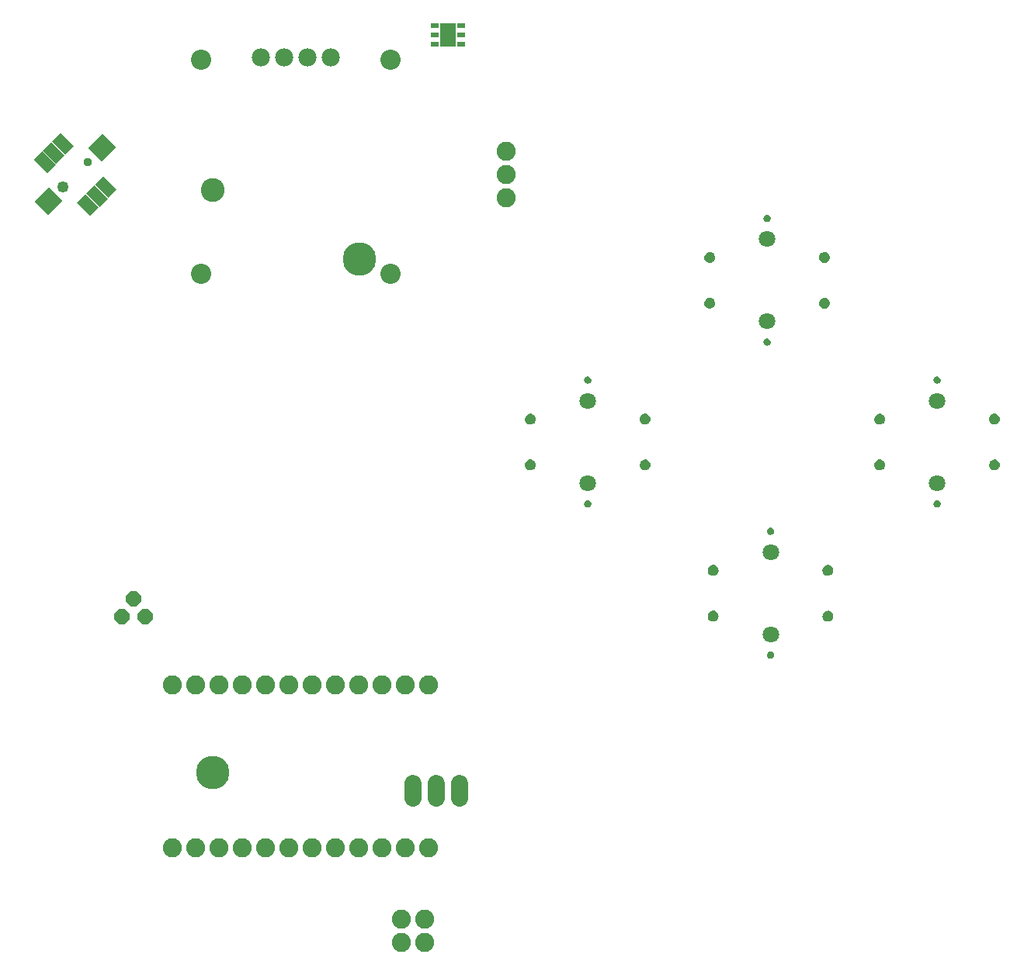
<source format=gbr>
G04 EAGLE Gerber X2 export*
G75*
%MOMM*%
%FSLAX34Y34*%
%LPD*%
%AMOC8*
5,1,8,0,0,1.08239X$1,22.5*%
G01*
%ADD10C,1.803200*%
%ADD11C,2.082800*%
%ADD12R,2.053200X1.303200*%
%ADD13R,2.103200X2.203200*%
%ADD14C,0.953200*%
%ADD15C,1.253200*%
%ADD16R,1.700000X2.600000*%
%ADD17R,0.950000X0.550000*%
%ADD18P,1.759533X8X22.500000*%
%ADD19C,1.981200*%
%ADD20C,2.203200*%
%ADD21C,3.653200*%
%ADD22C,2.593200*%
%ADD23C,1.828800*%

G36*
X635958Y591421D02*
X635958Y591421D01*
X636048Y591420D01*
X637238Y591577D01*
X637286Y591592D01*
X637376Y591611D01*
X638501Y592029D01*
X638545Y592055D01*
X638628Y592093D01*
X639632Y592751D01*
X639669Y592785D01*
X639741Y592841D01*
X640574Y593706D01*
X640602Y593748D01*
X640660Y593819D01*
X641280Y594847D01*
X641298Y594894D01*
X641339Y594976D01*
X641714Y596116D01*
X641721Y596166D01*
X641743Y596255D01*
X641855Y597451D01*
X641850Y597501D01*
X641852Y597590D01*
X641705Y598741D01*
X641690Y598789D01*
X641672Y598879D01*
X641272Y599968D01*
X641247Y600012D01*
X641209Y600096D01*
X640577Y601069D01*
X640542Y601106D01*
X640487Y601179D01*
X639654Y601987D01*
X639612Y602015D01*
X639542Y602074D01*
X638550Y602677D01*
X638503Y602695D01*
X638422Y602737D01*
X637321Y603104D01*
X637271Y603111D01*
X637182Y603133D01*
X636027Y603246D01*
X635977Y603242D01*
X635881Y603244D01*
X634683Y603083D01*
X634635Y603067D01*
X634545Y603048D01*
X633413Y602625D01*
X633369Y602599D01*
X633286Y602561D01*
X632276Y601896D01*
X632239Y601861D01*
X632167Y601805D01*
X631330Y600932D01*
X631303Y600890D01*
X631244Y600819D01*
X630623Y599782D01*
X630605Y599735D01*
X630564Y599653D01*
X630189Y598504D01*
X630182Y598454D01*
X630160Y598365D01*
X630050Y597161D01*
X630055Y597110D01*
X630053Y597018D01*
X630209Y595871D01*
X630224Y595823D01*
X630243Y595733D01*
X630650Y594649D01*
X630675Y594606D01*
X630714Y594523D01*
X631352Y593556D01*
X631386Y593520D01*
X631442Y593447D01*
X632279Y592647D01*
X632321Y592619D01*
X632392Y592561D01*
X633386Y591967D01*
X633433Y591949D01*
X633515Y591908D01*
X634616Y591550D01*
X634666Y591543D01*
X634755Y591521D01*
X635908Y591417D01*
X635958Y591421D01*
G37*
G36*
X956583Y817888D02*
X956583Y817888D01*
X956672Y817886D01*
X957862Y818043D01*
X957910Y818058D01*
X958000Y818077D01*
X959125Y818495D01*
X959169Y818521D01*
X959252Y818559D01*
X960256Y819217D01*
X960293Y819252D01*
X960366Y819308D01*
X961198Y820172D01*
X961226Y820214D01*
X961285Y820285D01*
X961904Y821313D01*
X961922Y821361D01*
X961963Y821442D01*
X962338Y822583D01*
X962345Y822633D01*
X962367Y822722D01*
X962479Y823917D01*
X962474Y823967D01*
X962476Y824056D01*
X962329Y825207D01*
X962314Y825255D01*
X962296Y825345D01*
X961897Y826435D01*
X961871Y826478D01*
X961833Y826562D01*
X961201Y827535D01*
X961167Y827572D01*
X961111Y827645D01*
X960279Y828453D01*
X960237Y828482D01*
X960166Y828540D01*
X959175Y829143D01*
X959128Y829161D01*
X959046Y829203D01*
X957945Y829570D01*
X957895Y829577D01*
X957806Y829600D01*
X956651Y829713D01*
X956601Y829709D01*
X956505Y829710D01*
X955307Y829549D01*
X955259Y829534D01*
X955169Y829515D01*
X954037Y829091D01*
X953993Y829066D01*
X953910Y829027D01*
X952900Y828362D01*
X952864Y828327D01*
X952791Y828271D01*
X951955Y827399D01*
X951927Y827357D01*
X951868Y827286D01*
X951247Y826249D01*
X951229Y826202D01*
X951188Y826120D01*
X950813Y824970D01*
X950806Y824920D01*
X950784Y824831D01*
X950675Y823627D01*
X950679Y823577D01*
X950678Y823485D01*
X950833Y822337D01*
X950848Y822289D01*
X950867Y822200D01*
X951274Y821116D01*
X951300Y821072D01*
X951338Y820989D01*
X951976Y820023D01*
X952010Y819986D01*
X952067Y819914D01*
X952903Y819113D01*
X952945Y819085D01*
X953016Y819027D01*
X954010Y818433D01*
X954057Y818415D01*
X954139Y818374D01*
X955240Y818016D01*
X955290Y818009D01*
X955379Y817987D01*
X956532Y817883D01*
X956583Y817888D01*
G37*
G36*
X831564Y817862D02*
X831564Y817862D01*
X831654Y817861D01*
X832844Y818018D01*
X832892Y818033D01*
X832981Y818052D01*
X834107Y818470D01*
X834150Y818496D01*
X834233Y818534D01*
X835238Y819192D01*
X835274Y819226D01*
X835347Y819282D01*
X836179Y820147D01*
X836207Y820189D01*
X836266Y820260D01*
X836885Y821288D01*
X836903Y821335D01*
X836944Y821417D01*
X837319Y822557D01*
X837326Y822607D01*
X837348Y822696D01*
X837460Y823892D01*
X837456Y823942D01*
X837458Y824031D01*
X837311Y825182D01*
X837296Y825230D01*
X837277Y825320D01*
X836878Y826409D01*
X836852Y826453D01*
X836814Y826537D01*
X836182Y827510D01*
X836148Y827547D01*
X836092Y827620D01*
X835260Y828428D01*
X835218Y828456D01*
X835147Y828515D01*
X834156Y829118D01*
X834109Y829136D01*
X834027Y829178D01*
X832926Y829545D01*
X832876Y829552D01*
X832787Y829574D01*
X831632Y829687D01*
X831582Y829683D01*
X831486Y829685D01*
X830288Y829524D01*
X830240Y829508D01*
X830150Y829489D01*
X829018Y829066D01*
X828975Y829040D01*
X828891Y829002D01*
X827882Y828337D01*
X827845Y828302D01*
X827772Y828246D01*
X826936Y827373D01*
X826908Y827331D01*
X826850Y827260D01*
X826228Y826223D01*
X826210Y826176D01*
X826169Y826094D01*
X825794Y824945D01*
X825787Y824895D01*
X825766Y824806D01*
X825656Y823602D01*
X825660Y823551D01*
X825659Y823459D01*
X825814Y822312D01*
X825829Y822264D01*
X825849Y822174D01*
X826255Y821090D01*
X826281Y821047D01*
X826319Y820964D01*
X826957Y819997D01*
X826992Y819961D01*
X827048Y819888D01*
X827884Y819088D01*
X827927Y819060D01*
X827997Y819002D01*
X828991Y818408D01*
X829038Y818390D01*
X829120Y818349D01*
X830221Y817991D01*
X830271Y817984D01*
X830360Y817962D01*
X831514Y817858D01*
X831564Y817862D01*
G37*
G36*
X831538Y767951D02*
X831538Y767951D01*
X831628Y767950D01*
X832818Y768107D01*
X832866Y768122D01*
X832956Y768141D01*
X834081Y768559D01*
X834125Y768585D01*
X834208Y768623D01*
X835212Y769281D01*
X835249Y769315D01*
X835321Y769371D01*
X836154Y770236D01*
X836182Y770278D01*
X836240Y770349D01*
X836860Y771377D01*
X836878Y771424D01*
X836919Y771506D01*
X837294Y772646D01*
X837301Y772696D01*
X837323Y772785D01*
X837435Y773981D01*
X837430Y774031D01*
X837432Y774120D01*
X837285Y775271D01*
X837270Y775319D01*
X837252Y775409D01*
X836852Y776498D01*
X836827Y776542D01*
X836789Y776626D01*
X836157Y777599D01*
X836122Y777636D01*
X836067Y777709D01*
X835234Y778517D01*
X835192Y778545D01*
X835122Y778604D01*
X834130Y779207D01*
X834083Y779225D01*
X834002Y779267D01*
X832901Y779634D01*
X832851Y779641D01*
X832762Y779663D01*
X831607Y779776D01*
X831557Y779772D01*
X831461Y779774D01*
X830263Y779613D01*
X830215Y779597D01*
X830125Y779578D01*
X828993Y779155D01*
X828949Y779129D01*
X828866Y779091D01*
X827856Y778426D01*
X827819Y778391D01*
X827747Y778335D01*
X826910Y777462D01*
X826883Y777420D01*
X826824Y777349D01*
X826203Y776312D01*
X826185Y776265D01*
X826144Y776183D01*
X825769Y775034D01*
X825762Y774984D01*
X825740Y774895D01*
X825630Y773691D01*
X825635Y773640D01*
X825633Y773548D01*
X825789Y772401D01*
X825804Y772353D01*
X825823Y772263D01*
X826230Y771179D01*
X826255Y771136D01*
X826294Y771053D01*
X826932Y770086D01*
X826966Y770050D01*
X827022Y769977D01*
X827859Y769177D01*
X827901Y769149D01*
X827972Y769091D01*
X828966Y768497D01*
X829013Y768479D01*
X829095Y768438D01*
X830196Y768080D01*
X830246Y768073D01*
X830335Y768051D01*
X831488Y767947D01*
X831538Y767951D01*
G37*
G36*
X956633Y767900D02*
X956633Y767900D01*
X956723Y767899D01*
X957913Y768056D01*
X957961Y768071D01*
X958051Y768090D01*
X959176Y768508D01*
X959220Y768534D01*
X959303Y768572D01*
X960307Y769230D01*
X960344Y769264D01*
X960416Y769320D01*
X961249Y770185D01*
X961277Y770227D01*
X961335Y770298D01*
X961955Y771326D01*
X961973Y771373D01*
X962014Y771455D01*
X962389Y772596D01*
X962396Y772646D01*
X962418Y772735D01*
X962530Y773930D01*
X962525Y773980D01*
X962527Y774069D01*
X962380Y775220D01*
X962365Y775268D01*
X962347Y775358D01*
X961947Y776448D01*
X961922Y776491D01*
X961884Y776575D01*
X961252Y777548D01*
X961217Y777585D01*
X961162Y777658D01*
X960329Y778466D01*
X960287Y778494D01*
X960217Y778553D01*
X959225Y779156D01*
X959178Y779174D01*
X959097Y779216D01*
X957996Y779583D01*
X957946Y779590D01*
X957857Y779612D01*
X956702Y779725D01*
X956652Y779721D01*
X956556Y779723D01*
X955358Y779562D01*
X955310Y779547D01*
X955220Y779528D01*
X954088Y779104D01*
X954044Y779078D01*
X953961Y779040D01*
X952951Y778375D01*
X952914Y778340D01*
X952842Y778284D01*
X952005Y777411D01*
X951978Y777369D01*
X951919Y777299D01*
X951298Y776262D01*
X951280Y776214D01*
X951239Y776132D01*
X950864Y774983D01*
X950857Y774933D01*
X950835Y774844D01*
X950725Y773640D01*
X950730Y773590D01*
X950728Y773497D01*
X950884Y772350D01*
X950899Y772302D01*
X950918Y772212D01*
X951325Y771128D01*
X951350Y771085D01*
X951389Y771002D01*
X952027Y770035D01*
X952061Y769999D01*
X952117Y769926D01*
X952954Y769126D01*
X952996Y769098D01*
X953067Y769040D01*
X954061Y768446D01*
X954108Y768428D01*
X954190Y768387D01*
X955291Y768029D01*
X955341Y768022D01*
X955430Y768000D01*
X956583Y767896D01*
X956633Y767900D01*
G37*
G36*
X960443Y426270D02*
X960443Y426270D01*
X960533Y426269D01*
X961723Y426426D01*
X961771Y426441D01*
X961861Y426460D01*
X962986Y426878D01*
X963030Y426904D01*
X963113Y426942D01*
X964117Y427600D01*
X964154Y427634D01*
X964226Y427690D01*
X965059Y428555D01*
X965087Y428597D01*
X965145Y428668D01*
X965765Y429696D01*
X965783Y429743D01*
X965824Y429825D01*
X966199Y430966D01*
X966206Y431016D01*
X966228Y431105D01*
X966340Y432300D01*
X966335Y432350D01*
X966337Y432439D01*
X966190Y433590D01*
X966175Y433638D01*
X966157Y433728D01*
X965757Y434818D01*
X965732Y434861D01*
X965694Y434945D01*
X965062Y435918D01*
X965027Y435955D01*
X964972Y436028D01*
X964139Y436836D01*
X964097Y436864D01*
X964027Y436923D01*
X963035Y437526D01*
X962988Y437544D01*
X962907Y437586D01*
X961806Y437953D01*
X961756Y437960D01*
X961667Y437982D01*
X960512Y438095D01*
X960462Y438091D01*
X960366Y438093D01*
X959168Y437932D01*
X959120Y437917D01*
X959030Y437898D01*
X957898Y437474D01*
X957854Y437448D01*
X957771Y437410D01*
X956761Y436745D01*
X956724Y436710D01*
X956652Y436654D01*
X955815Y435781D01*
X955788Y435739D01*
X955729Y435669D01*
X955108Y434632D01*
X955090Y434584D01*
X955049Y434502D01*
X954674Y433353D01*
X954667Y433303D01*
X954645Y433214D01*
X954535Y432010D01*
X954540Y431960D01*
X954538Y431867D01*
X954694Y430720D01*
X954709Y430672D01*
X954728Y430582D01*
X955135Y429498D01*
X955160Y429455D01*
X955199Y429372D01*
X955837Y428405D01*
X955871Y428369D01*
X955927Y428296D01*
X956764Y427496D01*
X956806Y427468D01*
X956877Y427410D01*
X957871Y426816D01*
X957918Y426798D01*
X958000Y426757D01*
X959101Y426399D01*
X959151Y426392D01*
X959240Y426370D01*
X960393Y426266D01*
X960443Y426270D01*
G37*
G36*
X835348Y426321D02*
X835348Y426321D01*
X835438Y426320D01*
X836628Y426477D01*
X836676Y426492D01*
X836766Y426511D01*
X837891Y426929D01*
X837935Y426955D01*
X838018Y426993D01*
X839022Y427651D01*
X839059Y427685D01*
X839131Y427741D01*
X839964Y428606D01*
X839992Y428648D01*
X840050Y428719D01*
X840670Y429747D01*
X840688Y429794D01*
X840729Y429876D01*
X841104Y431016D01*
X841111Y431066D01*
X841133Y431155D01*
X841245Y432351D01*
X841240Y432401D01*
X841242Y432490D01*
X841095Y433641D01*
X841080Y433689D01*
X841062Y433779D01*
X840662Y434868D01*
X840637Y434912D01*
X840599Y434996D01*
X839967Y435969D01*
X839932Y436006D01*
X839877Y436079D01*
X839044Y436887D01*
X839002Y436915D01*
X838932Y436974D01*
X837940Y437577D01*
X837893Y437595D01*
X837812Y437637D01*
X836711Y438004D01*
X836661Y438011D01*
X836572Y438033D01*
X835417Y438146D01*
X835367Y438142D01*
X835271Y438144D01*
X834073Y437983D01*
X834025Y437967D01*
X833935Y437948D01*
X832803Y437525D01*
X832759Y437499D01*
X832676Y437461D01*
X831666Y436796D01*
X831629Y436761D01*
X831557Y436705D01*
X830720Y435832D01*
X830693Y435790D01*
X830634Y435719D01*
X830013Y434682D01*
X829995Y434635D01*
X829954Y434553D01*
X829579Y433404D01*
X829572Y433354D01*
X829550Y433265D01*
X829440Y432061D01*
X829445Y432010D01*
X829443Y431918D01*
X829599Y430771D01*
X829614Y430723D01*
X829633Y430633D01*
X830040Y429549D01*
X830065Y429506D01*
X830104Y429423D01*
X830742Y428456D01*
X830776Y428420D01*
X830832Y428347D01*
X831669Y427547D01*
X831711Y427519D01*
X831782Y427461D01*
X832776Y426867D01*
X832823Y426849D01*
X832905Y426808D01*
X834006Y426450D01*
X834056Y426443D01*
X834145Y426421D01*
X835298Y426317D01*
X835348Y426321D01*
G37*
G36*
X835374Y476232D02*
X835374Y476232D01*
X835464Y476231D01*
X836654Y476388D01*
X836702Y476403D01*
X836791Y476422D01*
X837917Y476840D01*
X837960Y476866D01*
X838043Y476904D01*
X839048Y477562D01*
X839084Y477596D01*
X839157Y477652D01*
X839989Y478517D01*
X840017Y478559D01*
X840076Y478630D01*
X840695Y479658D01*
X840713Y479705D01*
X840754Y479787D01*
X841129Y480927D01*
X841136Y480977D01*
X841158Y481066D01*
X841270Y482262D01*
X841266Y482312D01*
X841268Y482401D01*
X841121Y483552D01*
X841106Y483600D01*
X841087Y483690D01*
X840688Y484779D01*
X840662Y484823D01*
X840624Y484907D01*
X839992Y485880D01*
X839958Y485917D01*
X839902Y485990D01*
X839070Y486798D01*
X839028Y486826D01*
X838957Y486885D01*
X837966Y487488D01*
X837919Y487506D01*
X837837Y487548D01*
X836736Y487915D01*
X836686Y487922D01*
X836597Y487944D01*
X835442Y488057D01*
X835392Y488053D01*
X835296Y488055D01*
X834098Y487894D01*
X834050Y487878D01*
X833960Y487859D01*
X832828Y487436D01*
X832785Y487410D01*
X832701Y487372D01*
X831692Y486707D01*
X831655Y486672D01*
X831582Y486616D01*
X830746Y485743D01*
X830718Y485701D01*
X830660Y485630D01*
X830038Y484593D01*
X830020Y484546D01*
X829979Y484464D01*
X829604Y483315D01*
X829597Y483265D01*
X829576Y483176D01*
X829466Y481972D01*
X829470Y481921D01*
X829469Y481829D01*
X829624Y480682D01*
X829639Y480634D01*
X829659Y480544D01*
X830065Y479460D01*
X830091Y479417D01*
X830129Y479334D01*
X830767Y478367D01*
X830802Y478331D01*
X830858Y478258D01*
X831694Y477458D01*
X831737Y477430D01*
X831807Y477372D01*
X832801Y476778D01*
X832848Y476760D01*
X832930Y476719D01*
X834031Y476361D01*
X834081Y476354D01*
X834170Y476332D01*
X835324Y476228D01*
X835374Y476232D01*
G37*
G36*
X1142003Y641358D02*
X1142003Y641358D01*
X1142092Y641356D01*
X1143282Y641513D01*
X1143330Y641528D01*
X1143420Y641547D01*
X1144545Y641965D01*
X1144589Y641991D01*
X1144672Y642029D01*
X1145676Y642687D01*
X1145713Y642722D01*
X1145786Y642778D01*
X1146618Y643642D01*
X1146646Y643684D01*
X1146705Y643755D01*
X1147324Y644783D01*
X1147342Y644831D01*
X1147383Y644912D01*
X1147758Y646053D01*
X1147765Y646103D01*
X1147787Y646192D01*
X1147899Y647387D01*
X1147894Y647437D01*
X1147896Y647526D01*
X1147749Y648677D01*
X1147734Y648725D01*
X1147716Y648815D01*
X1147317Y649905D01*
X1147291Y649948D01*
X1147253Y650032D01*
X1146621Y651005D01*
X1146587Y651042D01*
X1146531Y651115D01*
X1145699Y651923D01*
X1145657Y651952D01*
X1145586Y652010D01*
X1144595Y652613D01*
X1144548Y652631D01*
X1144466Y652673D01*
X1143365Y653040D01*
X1143315Y653047D01*
X1143226Y653070D01*
X1142071Y653183D01*
X1142021Y653179D01*
X1141925Y653180D01*
X1140727Y653019D01*
X1140679Y653004D01*
X1140589Y652985D01*
X1139457Y652561D01*
X1139413Y652536D01*
X1139330Y652497D01*
X1138320Y651832D01*
X1138284Y651797D01*
X1138211Y651741D01*
X1137375Y650869D01*
X1137347Y650827D01*
X1137288Y650756D01*
X1136667Y649719D01*
X1136649Y649672D01*
X1136608Y649590D01*
X1136233Y648440D01*
X1136226Y648390D01*
X1136204Y648301D01*
X1136095Y647097D01*
X1136099Y647047D01*
X1136098Y646955D01*
X1136253Y645807D01*
X1136268Y645759D01*
X1136287Y645670D01*
X1136694Y644586D01*
X1136720Y644542D01*
X1136758Y644459D01*
X1137396Y643493D01*
X1137430Y643456D01*
X1137487Y643384D01*
X1138323Y642583D01*
X1138365Y642555D01*
X1138436Y642497D01*
X1139430Y641903D01*
X1139477Y641885D01*
X1139559Y641844D01*
X1140660Y641486D01*
X1140710Y641479D01*
X1140799Y641457D01*
X1141952Y641353D01*
X1142003Y641358D01*
G37*
G36*
X761003Y641358D02*
X761003Y641358D01*
X761092Y641356D01*
X762282Y641513D01*
X762330Y641528D01*
X762420Y641547D01*
X763545Y641965D01*
X763589Y641991D01*
X763672Y642029D01*
X764676Y642687D01*
X764713Y642722D01*
X764786Y642778D01*
X765618Y643642D01*
X765646Y643684D01*
X765705Y643755D01*
X766324Y644783D01*
X766342Y644831D01*
X766383Y644912D01*
X766758Y646053D01*
X766765Y646103D01*
X766787Y646192D01*
X766899Y647387D01*
X766894Y647437D01*
X766896Y647526D01*
X766749Y648677D01*
X766734Y648725D01*
X766716Y648815D01*
X766317Y649905D01*
X766291Y649948D01*
X766253Y650032D01*
X765621Y651005D01*
X765587Y651042D01*
X765531Y651115D01*
X764699Y651923D01*
X764657Y651952D01*
X764586Y652010D01*
X763595Y652613D01*
X763548Y652631D01*
X763466Y652673D01*
X762365Y653040D01*
X762315Y653047D01*
X762226Y653070D01*
X761071Y653183D01*
X761021Y653179D01*
X760925Y653180D01*
X759727Y653019D01*
X759679Y653004D01*
X759589Y652985D01*
X758457Y652561D01*
X758413Y652536D01*
X758330Y652497D01*
X757320Y651832D01*
X757284Y651797D01*
X757211Y651741D01*
X756375Y650869D01*
X756347Y650827D01*
X756288Y650756D01*
X755667Y649719D01*
X755649Y649672D01*
X755608Y649590D01*
X755233Y648440D01*
X755226Y648390D01*
X755204Y648301D01*
X755095Y647097D01*
X755099Y647047D01*
X755098Y646955D01*
X755253Y645807D01*
X755268Y645759D01*
X755287Y645670D01*
X755694Y644586D01*
X755720Y644542D01*
X755758Y644459D01*
X756396Y643493D01*
X756430Y643456D01*
X756487Y643384D01*
X757323Y642583D01*
X757365Y642555D01*
X757436Y642497D01*
X758430Y641903D01*
X758477Y641885D01*
X758559Y641844D01*
X759660Y641486D01*
X759710Y641479D01*
X759799Y641457D01*
X760952Y641353D01*
X761003Y641358D01*
G37*
G36*
X1016984Y641332D02*
X1016984Y641332D01*
X1017074Y641331D01*
X1018264Y641488D01*
X1018312Y641503D01*
X1018401Y641522D01*
X1019527Y641940D01*
X1019570Y641966D01*
X1019653Y642004D01*
X1020658Y642662D01*
X1020694Y642696D01*
X1020767Y642752D01*
X1021599Y643617D01*
X1021627Y643659D01*
X1021686Y643730D01*
X1022305Y644758D01*
X1022323Y644805D01*
X1022364Y644887D01*
X1022739Y646027D01*
X1022746Y646077D01*
X1022768Y646166D01*
X1022880Y647362D01*
X1022876Y647412D01*
X1022878Y647501D01*
X1022731Y648652D01*
X1022716Y648700D01*
X1022697Y648790D01*
X1022298Y649879D01*
X1022272Y649923D01*
X1022234Y650007D01*
X1021602Y650980D01*
X1021568Y651017D01*
X1021512Y651090D01*
X1020680Y651898D01*
X1020638Y651926D01*
X1020567Y651985D01*
X1019576Y652588D01*
X1019529Y652606D01*
X1019447Y652648D01*
X1018346Y653015D01*
X1018296Y653022D01*
X1018207Y653044D01*
X1017052Y653157D01*
X1017002Y653153D01*
X1016906Y653155D01*
X1015708Y652994D01*
X1015660Y652978D01*
X1015570Y652959D01*
X1014438Y652536D01*
X1014395Y652510D01*
X1014311Y652472D01*
X1013302Y651807D01*
X1013265Y651772D01*
X1013192Y651716D01*
X1012356Y650843D01*
X1012328Y650801D01*
X1012270Y650730D01*
X1011648Y649693D01*
X1011630Y649646D01*
X1011589Y649564D01*
X1011214Y648415D01*
X1011207Y648365D01*
X1011186Y648276D01*
X1011076Y647072D01*
X1011080Y647021D01*
X1011079Y646929D01*
X1011234Y645782D01*
X1011249Y645734D01*
X1011269Y645644D01*
X1011675Y644560D01*
X1011701Y644517D01*
X1011739Y644434D01*
X1012377Y643467D01*
X1012412Y643431D01*
X1012468Y643358D01*
X1013304Y642558D01*
X1013347Y642530D01*
X1013417Y642472D01*
X1014411Y641878D01*
X1014458Y641860D01*
X1014540Y641819D01*
X1015641Y641461D01*
X1015691Y641454D01*
X1015780Y641432D01*
X1016934Y641328D01*
X1016984Y641332D01*
G37*
G36*
X635984Y641332D02*
X635984Y641332D01*
X636074Y641331D01*
X637264Y641488D01*
X637312Y641503D01*
X637401Y641522D01*
X638527Y641940D01*
X638570Y641966D01*
X638653Y642004D01*
X639658Y642662D01*
X639694Y642696D01*
X639767Y642752D01*
X640599Y643617D01*
X640627Y643659D01*
X640686Y643730D01*
X641305Y644758D01*
X641323Y644805D01*
X641364Y644887D01*
X641739Y646027D01*
X641746Y646077D01*
X641768Y646166D01*
X641880Y647362D01*
X641876Y647412D01*
X641878Y647501D01*
X641731Y648652D01*
X641716Y648700D01*
X641697Y648790D01*
X641298Y649879D01*
X641272Y649923D01*
X641234Y650007D01*
X640602Y650980D01*
X640568Y651017D01*
X640512Y651090D01*
X639680Y651898D01*
X639638Y651926D01*
X639567Y651985D01*
X638576Y652588D01*
X638529Y652606D01*
X638447Y652648D01*
X637346Y653015D01*
X637296Y653022D01*
X637207Y653044D01*
X636052Y653157D01*
X636002Y653153D01*
X635906Y653155D01*
X634708Y652994D01*
X634660Y652978D01*
X634570Y652959D01*
X633438Y652536D01*
X633395Y652510D01*
X633311Y652472D01*
X632302Y651807D01*
X632265Y651772D01*
X632192Y651716D01*
X631356Y650843D01*
X631328Y650801D01*
X631270Y650730D01*
X630648Y649693D01*
X630630Y649646D01*
X630589Y649564D01*
X630214Y648415D01*
X630207Y648365D01*
X630186Y648276D01*
X630076Y647072D01*
X630080Y647021D01*
X630079Y646929D01*
X630234Y645782D01*
X630249Y645734D01*
X630269Y645644D01*
X630675Y644560D01*
X630701Y644517D01*
X630739Y644434D01*
X631377Y643467D01*
X631412Y643431D01*
X631468Y643358D01*
X632304Y642558D01*
X632347Y642530D01*
X632417Y642472D01*
X633411Y641878D01*
X633458Y641860D01*
X633540Y641819D01*
X634641Y641461D01*
X634691Y641454D01*
X634780Y641432D01*
X635934Y641328D01*
X635984Y641332D01*
G37*
G36*
X960393Y476258D02*
X960393Y476258D01*
X960482Y476256D01*
X961672Y476413D01*
X961720Y476428D01*
X961810Y476447D01*
X962935Y476865D01*
X962979Y476891D01*
X963062Y476929D01*
X964066Y477587D01*
X964103Y477622D01*
X964176Y477678D01*
X965008Y478542D01*
X965036Y478584D01*
X965095Y478655D01*
X965714Y479683D01*
X965732Y479731D01*
X965773Y479812D01*
X966148Y480953D01*
X966155Y481003D01*
X966177Y481092D01*
X966289Y482287D01*
X966284Y482337D01*
X966286Y482426D01*
X966139Y483577D01*
X966124Y483625D01*
X966106Y483715D01*
X965707Y484805D01*
X965681Y484848D01*
X965643Y484932D01*
X965011Y485905D01*
X964977Y485942D01*
X964921Y486015D01*
X964089Y486823D01*
X964047Y486852D01*
X963976Y486910D01*
X962985Y487513D01*
X962938Y487531D01*
X962856Y487573D01*
X961755Y487940D01*
X961705Y487947D01*
X961616Y487970D01*
X960461Y488083D01*
X960411Y488079D01*
X960315Y488080D01*
X959117Y487919D01*
X959069Y487904D01*
X958979Y487885D01*
X957847Y487461D01*
X957803Y487436D01*
X957720Y487397D01*
X956710Y486732D01*
X956674Y486697D01*
X956601Y486641D01*
X955765Y485769D01*
X955737Y485727D01*
X955678Y485656D01*
X955057Y484619D01*
X955039Y484572D01*
X954998Y484490D01*
X954623Y483340D01*
X954616Y483290D01*
X954594Y483201D01*
X954485Y481997D01*
X954489Y481947D01*
X954488Y481855D01*
X954643Y480707D01*
X954658Y480659D01*
X954677Y480570D01*
X955084Y479486D01*
X955110Y479442D01*
X955148Y479359D01*
X955786Y478393D01*
X955820Y478356D01*
X955877Y478284D01*
X956713Y477483D01*
X956755Y477455D01*
X956826Y477397D01*
X957820Y476803D01*
X957867Y476785D01*
X957949Y476744D01*
X959050Y476386D01*
X959100Y476379D01*
X959189Y476357D01*
X960342Y476253D01*
X960393Y476258D01*
G37*
G36*
X1016958Y591421D02*
X1016958Y591421D01*
X1017048Y591420D01*
X1018238Y591577D01*
X1018286Y591592D01*
X1018376Y591611D01*
X1019501Y592029D01*
X1019545Y592055D01*
X1019628Y592093D01*
X1020632Y592751D01*
X1020669Y592785D01*
X1020741Y592841D01*
X1021574Y593706D01*
X1021602Y593748D01*
X1021660Y593819D01*
X1022280Y594847D01*
X1022298Y594894D01*
X1022339Y594976D01*
X1022714Y596116D01*
X1022721Y596166D01*
X1022743Y596255D01*
X1022855Y597451D01*
X1022850Y597501D01*
X1022852Y597590D01*
X1022705Y598741D01*
X1022690Y598789D01*
X1022672Y598879D01*
X1022272Y599968D01*
X1022247Y600012D01*
X1022209Y600096D01*
X1021577Y601069D01*
X1021542Y601106D01*
X1021487Y601179D01*
X1020654Y601987D01*
X1020612Y602015D01*
X1020542Y602074D01*
X1019550Y602677D01*
X1019503Y602695D01*
X1019422Y602737D01*
X1018321Y603104D01*
X1018271Y603111D01*
X1018182Y603133D01*
X1017027Y603246D01*
X1016977Y603242D01*
X1016881Y603244D01*
X1015683Y603083D01*
X1015635Y603067D01*
X1015545Y603048D01*
X1014413Y602625D01*
X1014369Y602599D01*
X1014286Y602561D01*
X1013276Y601896D01*
X1013239Y601861D01*
X1013167Y601805D01*
X1012330Y600932D01*
X1012303Y600890D01*
X1012244Y600819D01*
X1011623Y599782D01*
X1011605Y599735D01*
X1011564Y599653D01*
X1011189Y598504D01*
X1011182Y598454D01*
X1011160Y598365D01*
X1011050Y597161D01*
X1011055Y597110D01*
X1011053Y597018D01*
X1011209Y595871D01*
X1011224Y595823D01*
X1011243Y595733D01*
X1011650Y594649D01*
X1011675Y594606D01*
X1011714Y594523D01*
X1012352Y593556D01*
X1012386Y593520D01*
X1012442Y593447D01*
X1013279Y592647D01*
X1013321Y592619D01*
X1013392Y592561D01*
X1014386Y591967D01*
X1014433Y591949D01*
X1014515Y591908D01*
X1015616Y591550D01*
X1015666Y591543D01*
X1015755Y591521D01*
X1016908Y591417D01*
X1016958Y591421D01*
G37*
G36*
X761053Y591370D02*
X761053Y591370D01*
X761143Y591369D01*
X762333Y591526D01*
X762381Y591541D01*
X762471Y591560D01*
X763596Y591978D01*
X763640Y592004D01*
X763723Y592042D01*
X764727Y592700D01*
X764764Y592734D01*
X764836Y592790D01*
X765669Y593655D01*
X765697Y593697D01*
X765755Y593768D01*
X766375Y594796D01*
X766393Y594843D01*
X766434Y594925D01*
X766809Y596066D01*
X766816Y596116D01*
X766838Y596205D01*
X766950Y597400D01*
X766945Y597450D01*
X766947Y597539D01*
X766800Y598690D01*
X766785Y598738D01*
X766767Y598828D01*
X766367Y599918D01*
X766342Y599961D01*
X766304Y600045D01*
X765672Y601018D01*
X765637Y601055D01*
X765582Y601128D01*
X764749Y601936D01*
X764707Y601964D01*
X764637Y602023D01*
X763645Y602626D01*
X763598Y602644D01*
X763517Y602686D01*
X762416Y603053D01*
X762366Y603060D01*
X762277Y603082D01*
X761122Y603195D01*
X761072Y603191D01*
X760976Y603193D01*
X759778Y603032D01*
X759730Y603017D01*
X759640Y602998D01*
X758508Y602574D01*
X758464Y602548D01*
X758381Y602510D01*
X757371Y601845D01*
X757334Y601810D01*
X757262Y601754D01*
X756425Y600881D01*
X756398Y600839D01*
X756339Y600769D01*
X755718Y599732D01*
X755700Y599684D01*
X755659Y599602D01*
X755284Y598453D01*
X755277Y598403D01*
X755255Y598314D01*
X755145Y597110D01*
X755150Y597060D01*
X755148Y596967D01*
X755304Y595820D01*
X755319Y595772D01*
X755338Y595682D01*
X755745Y594598D01*
X755770Y594555D01*
X755809Y594472D01*
X756447Y593505D01*
X756481Y593469D01*
X756537Y593396D01*
X757374Y592596D01*
X757416Y592568D01*
X757487Y592510D01*
X758481Y591916D01*
X758528Y591898D01*
X758610Y591857D01*
X759711Y591499D01*
X759761Y591492D01*
X759850Y591470D01*
X761003Y591366D01*
X761053Y591370D01*
G37*
G36*
X1142053Y591370D02*
X1142053Y591370D01*
X1142143Y591369D01*
X1143333Y591526D01*
X1143381Y591541D01*
X1143471Y591560D01*
X1144596Y591978D01*
X1144640Y592004D01*
X1144723Y592042D01*
X1145727Y592700D01*
X1145764Y592734D01*
X1145836Y592790D01*
X1146669Y593655D01*
X1146697Y593697D01*
X1146755Y593768D01*
X1147375Y594796D01*
X1147393Y594843D01*
X1147434Y594925D01*
X1147809Y596066D01*
X1147816Y596116D01*
X1147838Y596205D01*
X1147950Y597400D01*
X1147945Y597450D01*
X1147947Y597539D01*
X1147800Y598690D01*
X1147785Y598738D01*
X1147767Y598828D01*
X1147367Y599918D01*
X1147342Y599961D01*
X1147304Y600045D01*
X1146672Y601018D01*
X1146637Y601055D01*
X1146582Y601128D01*
X1145749Y601936D01*
X1145707Y601964D01*
X1145637Y602023D01*
X1144645Y602626D01*
X1144598Y602644D01*
X1144517Y602686D01*
X1143416Y603053D01*
X1143366Y603060D01*
X1143277Y603082D01*
X1142122Y603195D01*
X1142072Y603191D01*
X1141976Y603193D01*
X1140778Y603032D01*
X1140730Y603017D01*
X1140640Y602998D01*
X1139508Y602574D01*
X1139464Y602548D01*
X1139381Y602510D01*
X1138371Y601845D01*
X1138334Y601810D01*
X1138262Y601754D01*
X1137425Y600881D01*
X1137398Y600839D01*
X1137339Y600769D01*
X1136718Y599732D01*
X1136700Y599684D01*
X1136659Y599602D01*
X1136284Y598453D01*
X1136277Y598403D01*
X1136255Y598314D01*
X1136145Y597110D01*
X1136150Y597060D01*
X1136148Y596967D01*
X1136304Y595820D01*
X1136319Y595772D01*
X1136338Y595682D01*
X1136745Y594598D01*
X1136770Y594555D01*
X1136809Y594472D01*
X1137447Y593505D01*
X1137481Y593469D01*
X1137537Y593396D01*
X1138374Y592596D01*
X1138416Y592568D01*
X1138487Y592510D01*
X1139481Y591916D01*
X1139528Y591898D01*
X1139610Y591857D01*
X1140711Y591499D01*
X1140761Y591492D01*
X1140850Y591470D01*
X1142003Y591366D01*
X1142053Y591370D01*
G37*
G36*
X698491Y550883D02*
X698491Y550883D01*
X698571Y550880D01*
X699306Y550963D01*
X699354Y550977D01*
X699444Y550994D01*
X700142Y551239D01*
X700186Y551263D01*
X700270Y551300D01*
X700896Y551694D01*
X700934Y551728D01*
X701007Y551782D01*
X701530Y552305D01*
X701559Y552346D01*
X701619Y552416D01*
X702012Y553042D01*
X702031Y553089D01*
X702037Y553100D01*
X702042Y553107D01*
X702045Y553116D01*
X702074Y553170D01*
X702318Y553868D01*
X702326Y553918D01*
X702333Y553946D01*
X702336Y553953D01*
X702336Y553955D01*
X702349Y554006D01*
X702432Y554741D01*
X702429Y554791D01*
X702431Y554895D01*
X702318Y555750D01*
X702305Y555792D01*
X702275Y555910D01*
X701946Y556706D01*
X701921Y556744D01*
X701863Y556849D01*
X701338Y557533D01*
X701305Y557563D01*
X701221Y557650D01*
X701127Y557722D01*
X701127Y557723D01*
X700537Y558175D01*
X700497Y558196D01*
X700394Y558258D01*
X699597Y558588D01*
X699553Y558597D01*
X699437Y558631D01*
X698583Y558743D01*
X698551Y558742D01*
X698406Y558741D01*
X697646Y558627D01*
X697598Y558611D01*
X697509Y558590D01*
X696793Y558310D01*
X696750Y558284D01*
X696668Y558244D01*
X696033Y557811D01*
X695997Y557776D01*
X695925Y557718D01*
X695402Y557155D01*
X695375Y557113D01*
X695318Y557041D01*
X694933Y556376D01*
X694916Y556328D01*
X694876Y556246D01*
X694650Y555512D01*
X694644Y555462D01*
X694640Y555445D01*
X694628Y555409D01*
X694628Y555394D01*
X694623Y555372D01*
X694566Y554606D01*
X694571Y554557D01*
X694573Y554450D01*
X694714Y553633D01*
X694729Y553591D01*
X694763Y553475D01*
X695111Y552722D01*
X695137Y552685D01*
X695200Y552582D01*
X695730Y551944D01*
X695765Y551916D01*
X695852Y551832D01*
X696530Y551354D01*
X696571Y551335D01*
X696676Y551277D01*
X697455Y550990D01*
X697499Y550983D01*
X697616Y550954D01*
X698442Y550879D01*
X698491Y550883D01*
G37*
G36*
X1079491Y550883D02*
X1079491Y550883D01*
X1079571Y550880D01*
X1080306Y550963D01*
X1080354Y550977D01*
X1080444Y550994D01*
X1081142Y551239D01*
X1081186Y551263D01*
X1081270Y551300D01*
X1081896Y551694D01*
X1081934Y551728D01*
X1082007Y551782D01*
X1082530Y552305D01*
X1082559Y552346D01*
X1082619Y552416D01*
X1083012Y553042D01*
X1083031Y553089D01*
X1083037Y553100D01*
X1083042Y553107D01*
X1083045Y553116D01*
X1083074Y553170D01*
X1083318Y553868D01*
X1083326Y553918D01*
X1083333Y553946D01*
X1083336Y553953D01*
X1083336Y553955D01*
X1083349Y554006D01*
X1083432Y554741D01*
X1083429Y554791D01*
X1083431Y554895D01*
X1083318Y555750D01*
X1083305Y555792D01*
X1083275Y555910D01*
X1082946Y556706D01*
X1082921Y556744D01*
X1082863Y556849D01*
X1082338Y557533D01*
X1082305Y557563D01*
X1082221Y557650D01*
X1082127Y557722D01*
X1082127Y557723D01*
X1081537Y558175D01*
X1081497Y558196D01*
X1081394Y558258D01*
X1080597Y558588D01*
X1080553Y558597D01*
X1080437Y558631D01*
X1079583Y558743D01*
X1079551Y558742D01*
X1079406Y558741D01*
X1078646Y558627D01*
X1078598Y558611D01*
X1078509Y558590D01*
X1077793Y558310D01*
X1077750Y558284D01*
X1077668Y558244D01*
X1077033Y557811D01*
X1076997Y557776D01*
X1076925Y557718D01*
X1076402Y557155D01*
X1076375Y557113D01*
X1076318Y557041D01*
X1075933Y556376D01*
X1075916Y556328D01*
X1075876Y556246D01*
X1075650Y555512D01*
X1075644Y555462D01*
X1075640Y555445D01*
X1075628Y555409D01*
X1075628Y555394D01*
X1075623Y555372D01*
X1075566Y554606D01*
X1075571Y554557D01*
X1075573Y554450D01*
X1075714Y553633D01*
X1075729Y553591D01*
X1075763Y553475D01*
X1076111Y552722D01*
X1076137Y552685D01*
X1076200Y552582D01*
X1076730Y551944D01*
X1076765Y551916D01*
X1076852Y551832D01*
X1077530Y551354D01*
X1077571Y551335D01*
X1077676Y551277D01*
X1078455Y550990D01*
X1078499Y550983D01*
X1078616Y550954D01*
X1079442Y550879D01*
X1079491Y550883D01*
G37*
G36*
X897881Y520835D02*
X897881Y520835D01*
X897961Y520832D01*
X898696Y520915D01*
X898744Y520929D01*
X898834Y520946D01*
X899532Y521190D01*
X899576Y521215D01*
X899660Y521252D01*
X900286Y521645D01*
X900324Y521679D01*
X900397Y521734D01*
X900920Y522257D01*
X900949Y522298D01*
X901009Y522368D01*
X901402Y522994D01*
X901421Y523041D01*
X901427Y523052D01*
X901432Y523059D01*
X901435Y523068D01*
X901464Y523122D01*
X901708Y523820D01*
X901716Y523870D01*
X901723Y523898D01*
X901726Y523905D01*
X901726Y523907D01*
X901739Y523958D01*
X901822Y524693D01*
X901819Y524742D01*
X901821Y524847D01*
X901708Y525701D01*
X901695Y525744D01*
X901665Y525861D01*
X901336Y526658D01*
X901311Y526696D01*
X901253Y526801D01*
X900728Y527485D01*
X900695Y527515D01*
X900611Y527602D01*
X900517Y527674D01*
X899927Y528127D01*
X899887Y528147D01*
X899784Y528210D01*
X898987Y528539D01*
X898943Y528549D01*
X898827Y528582D01*
X897973Y528695D01*
X897941Y528693D01*
X897796Y528693D01*
X897036Y528579D01*
X896988Y528563D01*
X896899Y528542D01*
X896183Y528262D01*
X896140Y528235D01*
X896058Y528196D01*
X895423Y527763D01*
X895387Y527728D01*
X895315Y527670D01*
X894792Y527107D01*
X894765Y527065D01*
X894708Y526993D01*
X894323Y526328D01*
X894306Y526280D01*
X894266Y526198D01*
X894040Y525463D01*
X894034Y525413D01*
X894030Y525397D01*
X894018Y525361D01*
X894018Y525346D01*
X894013Y525324D01*
X893956Y524558D01*
X893961Y524509D01*
X893963Y524402D01*
X894104Y523585D01*
X894119Y523543D01*
X894153Y523427D01*
X894501Y522674D01*
X894527Y522637D01*
X894590Y522534D01*
X895120Y521896D01*
X895155Y521867D01*
X895242Y521784D01*
X895920Y521306D01*
X895961Y521287D01*
X896066Y521229D01*
X896845Y520942D01*
X896889Y520934D01*
X897006Y520906D01*
X897832Y520830D01*
X897881Y520835D01*
G37*
G36*
X897881Y385783D02*
X897881Y385783D01*
X897961Y385780D01*
X898696Y385863D01*
X898744Y385877D01*
X898834Y385894D01*
X899532Y386139D01*
X899576Y386163D01*
X899660Y386200D01*
X900286Y386594D01*
X900324Y386628D01*
X900397Y386682D01*
X900920Y387205D01*
X900949Y387246D01*
X901009Y387316D01*
X901402Y387942D01*
X901421Y387989D01*
X901427Y388000D01*
X901432Y388007D01*
X901435Y388016D01*
X901464Y388070D01*
X901708Y388768D01*
X901716Y388818D01*
X901723Y388846D01*
X901726Y388853D01*
X901726Y388855D01*
X901739Y388906D01*
X901822Y389641D01*
X901819Y389691D01*
X901821Y389795D01*
X901708Y390650D01*
X901695Y390692D01*
X901665Y390810D01*
X901336Y391606D01*
X901311Y391644D01*
X901253Y391749D01*
X900728Y392433D01*
X900695Y392463D01*
X900611Y392550D01*
X900517Y392622D01*
X900517Y392623D01*
X899927Y393075D01*
X899887Y393096D01*
X899784Y393158D01*
X898987Y393488D01*
X898943Y393497D01*
X898827Y393531D01*
X897973Y393643D01*
X897941Y393642D01*
X897796Y393641D01*
X897036Y393527D01*
X896988Y393511D01*
X896899Y393490D01*
X896183Y393210D01*
X896140Y393184D01*
X896058Y393144D01*
X895423Y392711D01*
X895387Y392676D01*
X895315Y392618D01*
X894792Y392055D01*
X894765Y392013D01*
X894708Y391941D01*
X894323Y391276D01*
X894306Y391228D01*
X894266Y391146D01*
X894040Y390412D01*
X894034Y390362D01*
X894030Y390345D01*
X894018Y390309D01*
X894018Y390294D01*
X894013Y390272D01*
X893956Y389506D01*
X893961Y389457D01*
X893963Y389350D01*
X894104Y388533D01*
X894119Y388491D01*
X894153Y388375D01*
X894501Y387622D01*
X894527Y387585D01*
X894590Y387482D01*
X895120Y386844D01*
X895155Y386816D01*
X895242Y386732D01*
X895920Y386254D01*
X895961Y386235D01*
X896066Y386177D01*
X896845Y385890D01*
X896889Y385883D01*
X897006Y385854D01*
X897832Y385779D01*
X897881Y385783D01*
G37*
G36*
X1079491Y685935D02*
X1079491Y685935D01*
X1079571Y685932D01*
X1080306Y686015D01*
X1080354Y686029D01*
X1080444Y686046D01*
X1081142Y686290D01*
X1081186Y686315D01*
X1081270Y686352D01*
X1081896Y686745D01*
X1081934Y686779D01*
X1082007Y686834D01*
X1082530Y687357D01*
X1082559Y687398D01*
X1082619Y687468D01*
X1083012Y688094D01*
X1083031Y688141D01*
X1083037Y688152D01*
X1083042Y688159D01*
X1083045Y688168D01*
X1083074Y688222D01*
X1083318Y688920D01*
X1083326Y688970D01*
X1083333Y688998D01*
X1083336Y689005D01*
X1083336Y689007D01*
X1083349Y689058D01*
X1083432Y689793D01*
X1083429Y689842D01*
X1083431Y689947D01*
X1083318Y690801D01*
X1083305Y690844D01*
X1083275Y690961D01*
X1082946Y691758D01*
X1082921Y691796D01*
X1082863Y691901D01*
X1082338Y692585D01*
X1082305Y692615D01*
X1082221Y692702D01*
X1082127Y692774D01*
X1081537Y693227D01*
X1081497Y693247D01*
X1081394Y693310D01*
X1080597Y693639D01*
X1080553Y693649D01*
X1080437Y693682D01*
X1079583Y693795D01*
X1079551Y693793D01*
X1079406Y693793D01*
X1078646Y693679D01*
X1078598Y693663D01*
X1078509Y693642D01*
X1077793Y693362D01*
X1077750Y693335D01*
X1077668Y693296D01*
X1077033Y692863D01*
X1076997Y692828D01*
X1076925Y692770D01*
X1076402Y692207D01*
X1076375Y692165D01*
X1076318Y692093D01*
X1075933Y691428D01*
X1075916Y691380D01*
X1075876Y691298D01*
X1075650Y690563D01*
X1075644Y690513D01*
X1075640Y690497D01*
X1075628Y690461D01*
X1075628Y690446D01*
X1075623Y690424D01*
X1075566Y689658D01*
X1075571Y689609D01*
X1075573Y689502D01*
X1075714Y688685D01*
X1075729Y688643D01*
X1075763Y688527D01*
X1076111Y687774D01*
X1076137Y687737D01*
X1076200Y687634D01*
X1076730Y686996D01*
X1076765Y686967D01*
X1076852Y686884D01*
X1077530Y686406D01*
X1077571Y686387D01*
X1077676Y686329D01*
X1078455Y686042D01*
X1078499Y686034D01*
X1078616Y686006D01*
X1079442Y685930D01*
X1079491Y685935D01*
G37*
G36*
X698491Y685935D02*
X698491Y685935D01*
X698571Y685932D01*
X699306Y686015D01*
X699354Y686029D01*
X699444Y686046D01*
X700142Y686290D01*
X700186Y686315D01*
X700270Y686352D01*
X700896Y686745D01*
X700934Y686779D01*
X701007Y686834D01*
X701530Y687357D01*
X701559Y687398D01*
X701619Y687468D01*
X702012Y688094D01*
X702031Y688141D01*
X702037Y688152D01*
X702042Y688159D01*
X702045Y688168D01*
X702074Y688222D01*
X702318Y688920D01*
X702326Y688970D01*
X702333Y688998D01*
X702336Y689005D01*
X702336Y689007D01*
X702349Y689058D01*
X702432Y689793D01*
X702429Y689842D01*
X702431Y689947D01*
X702318Y690801D01*
X702305Y690844D01*
X702275Y690961D01*
X701946Y691758D01*
X701921Y691796D01*
X701863Y691901D01*
X701338Y692585D01*
X701305Y692615D01*
X701221Y692702D01*
X701127Y692774D01*
X700537Y693227D01*
X700497Y693247D01*
X700394Y693310D01*
X699597Y693639D01*
X699553Y693649D01*
X699437Y693682D01*
X698583Y693795D01*
X698551Y693793D01*
X698406Y693793D01*
X697646Y693679D01*
X697598Y693663D01*
X697509Y693642D01*
X696793Y693362D01*
X696750Y693335D01*
X696668Y693296D01*
X696033Y692863D01*
X695997Y692828D01*
X695925Y692770D01*
X695402Y692207D01*
X695375Y692165D01*
X695318Y692093D01*
X694933Y691428D01*
X694916Y691380D01*
X694876Y691298D01*
X694650Y690563D01*
X694644Y690513D01*
X694640Y690497D01*
X694628Y690461D01*
X694628Y690446D01*
X694623Y690424D01*
X694566Y689658D01*
X694571Y689609D01*
X694573Y689502D01*
X694714Y688685D01*
X694729Y688643D01*
X694763Y688527D01*
X695111Y687774D01*
X695137Y687737D01*
X695200Y687634D01*
X695730Y686996D01*
X695765Y686967D01*
X695852Y686884D01*
X696530Y686406D01*
X696571Y686387D01*
X696676Y686329D01*
X697455Y686042D01*
X697499Y686034D01*
X697616Y686006D01*
X698442Y685930D01*
X698491Y685935D01*
G37*
G36*
X894071Y727413D02*
X894071Y727413D01*
X894151Y727410D01*
X894886Y727493D01*
X894934Y727507D01*
X895024Y727524D01*
X895722Y727769D01*
X895766Y727793D01*
X895850Y727830D01*
X896476Y728224D01*
X896514Y728258D01*
X896587Y728312D01*
X897110Y728835D01*
X897139Y728876D01*
X897199Y728946D01*
X897592Y729572D01*
X897611Y729619D01*
X897617Y729630D01*
X897622Y729637D01*
X897625Y729646D01*
X897654Y729700D01*
X897898Y730398D01*
X897906Y730448D01*
X897913Y730476D01*
X897916Y730483D01*
X897916Y730485D01*
X897929Y730536D01*
X898012Y731271D01*
X898009Y731321D01*
X898011Y731425D01*
X897898Y732280D01*
X897885Y732322D01*
X897855Y732440D01*
X897526Y733236D01*
X897501Y733274D01*
X897443Y733379D01*
X896918Y734063D01*
X896885Y734093D01*
X896801Y734180D01*
X896707Y734252D01*
X896707Y734253D01*
X896117Y734705D01*
X896077Y734726D01*
X895974Y734788D01*
X895177Y735118D01*
X895133Y735127D01*
X895017Y735161D01*
X894163Y735273D01*
X894131Y735272D01*
X893986Y735271D01*
X893226Y735157D01*
X893178Y735141D01*
X893089Y735120D01*
X892373Y734840D01*
X892330Y734814D01*
X892248Y734774D01*
X891613Y734341D01*
X891577Y734306D01*
X891505Y734248D01*
X890982Y733685D01*
X890955Y733643D01*
X890898Y733571D01*
X890513Y732906D01*
X890496Y732858D01*
X890456Y732776D01*
X890230Y732042D01*
X890224Y731992D01*
X890220Y731975D01*
X890208Y731939D01*
X890208Y731924D01*
X890203Y731902D01*
X890146Y731136D01*
X890151Y731087D01*
X890153Y730980D01*
X890294Y730163D01*
X890309Y730121D01*
X890343Y730005D01*
X890691Y729252D01*
X890717Y729215D01*
X890780Y729112D01*
X891310Y728474D01*
X891345Y728446D01*
X891432Y728362D01*
X892110Y727884D01*
X892151Y727865D01*
X892256Y727807D01*
X893035Y727520D01*
X893079Y727513D01*
X893196Y727484D01*
X894022Y727409D01*
X894071Y727413D01*
G37*
G36*
X894071Y862465D02*
X894071Y862465D01*
X894151Y862462D01*
X894886Y862545D01*
X894934Y862559D01*
X895024Y862576D01*
X895722Y862820D01*
X895766Y862845D01*
X895850Y862882D01*
X896476Y863275D01*
X896514Y863309D01*
X896587Y863364D01*
X897110Y863887D01*
X897139Y863928D01*
X897199Y863998D01*
X897592Y864624D01*
X897611Y864671D01*
X897617Y864682D01*
X897622Y864688D01*
X897625Y864698D01*
X897654Y864752D01*
X897898Y865450D01*
X897906Y865500D01*
X897913Y865528D01*
X897916Y865535D01*
X897916Y865537D01*
X897929Y865588D01*
X898012Y866323D01*
X898009Y866372D01*
X898011Y866477D01*
X897898Y867331D01*
X897885Y867374D01*
X897855Y867491D01*
X897526Y868288D01*
X897501Y868326D01*
X897443Y868431D01*
X896918Y869115D01*
X896885Y869145D01*
X896801Y869232D01*
X896707Y869304D01*
X896117Y869757D01*
X896077Y869777D01*
X895974Y869840D01*
X895177Y870169D01*
X895133Y870179D01*
X895017Y870212D01*
X894163Y870325D01*
X894131Y870323D01*
X893986Y870323D01*
X893226Y870209D01*
X893178Y870193D01*
X893089Y870172D01*
X892373Y869892D01*
X892330Y869865D01*
X892248Y869826D01*
X891613Y869393D01*
X891577Y869358D01*
X891505Y869300D01*
X890982Y868737D01*
X890955Y868695D01*
X890898Y868623D01*
X890513Y867958D01*
X890496Y867910D01*
X890456Y867828D01*
X890230Y867093D01*
X890224Y867043D01*
X890220Y867027D01*
X890208Y866991D01*
X890208Y866976D01*
X890203Y866954D01*
X890146Y866188D01*
X890151Y866139D01*
X890153Y866032D01*
X890294Y865215D01*
X890309Y865173D01*
X890343Y865057D01*
X890691Y864304D01*
X890717Y864267D01*
X890780Y864164D01*
X891310Y863526D01*
X891345Y863497D01*
X891432Y863414D01*
X892110Y862936D01*
X892151Y862917D01*
X892256Y862859D01*
X893035Y862572D01*
X893079Y862564D01*
X893196Y862536D01*
X894022Y862460D01*
X894071Y862465D01*
G37*
D10*
X894080Y843830D03*
X894080Y753830D03*
X1079500Y667300D03*
X1079500Y577300D03*
D11*
X520700Y101600D03*
X520700Y76200D03*
X495300Y76200D03*
X495300Y101600D03*
D12*
G36*
X128739Y935945D02*
X114222Y950462D01*
X123437Y959677D01*
X137954Y945160D01*
X128739Y935945D01*
G37*
G36*
X175762Y888922D02*
X161245Y903439D01*
X170460Y912654D01*
X184977Y898137D01*
X175762Y888922D01*
G37*
G36*
X108940Y916146D02*
X94423Y930663D01*
X103638Y939878D01*
X118155Y925361D01*
X108940Y916146D01*
G37*
G36*
X118840Y926045D02*
X104323Y940562D01*
X113538Y949777D01*
X128055Y935260D01*
X118840Y926045D01*
G37*
G36*
X155963Y869123D02*
X141446Y883640D01*
X150661Y892855D01*
X165178Y878338D01*
X155963Y869123D01*
G37*
G36*
X165862Y879023D02*
X151345Y893540D01*
X160560Y902755D01*
X175077Y888238D01*
X165862Y879023D01*
G37*
D13*
G36*
X168551Y928379D02*
X153679Y943251D01*
X169257Y958829D01*
X184129Y943957D01*
X168551Y928379D01*
G37*
G36*
X110143Y869971D02*
X95271Y884843D01*
X110849Y900421D01*
X125721Y885549D01*
X110143Y869971D01*
G37*
D14*
X153135Y927835D03*
D15*
X126265Y900965D03*
D10*
X698500Y667300D03*
X698500Y577300D03*
D11*
X609600Y939800D03*
X609600Y914400D03*
X609600Y889000D03*
D16*
X546100Y1066800D03*
D17*
X531600Y1056800D03*
X531600Y1066800D03*
X531600Y1076800D03*
X560600Y1056800D03*
X560600Y1066800D03*
X560600Y1076800D03*
D18*
X215900Y431800D03*
X203200Y450850D03*
X190500Y431800D03*
D11*
X524510Y356870D03*
X499110Y356870D03*
X473710Y356870D03*
X448310Y356870D03*
X422910Y356870D03*
X397510Y356870D03*
X372110Y356870D03*
X346710Y356870D03*
X321310Y356870D03*
X295910Y356870D03*
X270510Y356870D03*
X245110Y356870D03*
X245110Y179070D03*
X270510Y179070D03*
X295910Y179070D03*
X321310Y179070D03*
X346710Y179070D03*
X372110Y179070D03*
X397510Y179070D03*
X422910Y179070D03*
X448310Y179070D03*
X473710Y179070D03*
X499110Y179070D03*
X524510Y179070D03*
D19*
X418040Y1042130D03*
X392640Y1042130D03*
X367240Y1042130D03*
X341840Y1042130D03*
D20*
X276840Y806130D03*
X483840Y806130D03*
X483840Y1039130D03*
X276840Y1039130D03*
D10*
X897890Y502200D03*
X897890Y412200D03*
D21*
X449950Y821650D03*
X289950Y261650D03*
D22*
X289950Y896950D03*
D23*
X558800Y249428D02*
X558800Y233172D01*
X533400Y233172D02*
X533400Y249428D01*
X508000Y249428D02*
X508000Y233172D01*
M02*

</source>
